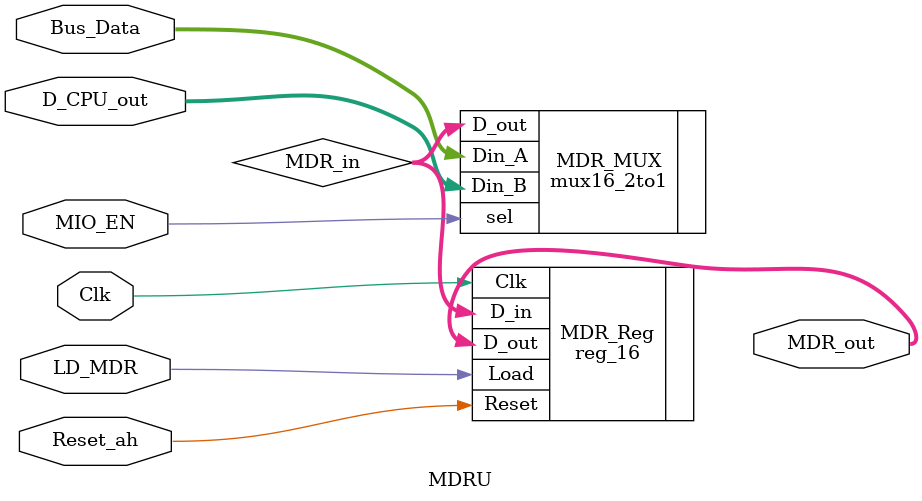
<source format=sv>
module MDRU (
	input							Clk,
	input							Reset_ah,
	input							LD_MDR,			// load control bit for PC register
	input							MIO_EN,			// select bit for MDR_MUX
	input				[15:0]	D_CPU_out,		// 2nd option for MDR_MUX
	output	wire	[15:0]	MDR_out,
   inout  	wire	[15:0]	Bus_Data			// 1st option for MDR_MUX
);

logic	[15:0]	MDR_in;

mux16_2to1	MDR_MUX(.Din_A(Bus_Data), 
					.Din_B(D_CPU_out),
					.sel(MIO_EN),
					.D_out(MDR_in));
					
reg_16		MDR_Reg(.Clk, 
					.Reset(Reset_ah), 
					.Load(LD_MDR), 
					.D_in(MDR_in),  
					.D_out(MDR_out));

endmodule

</source>
